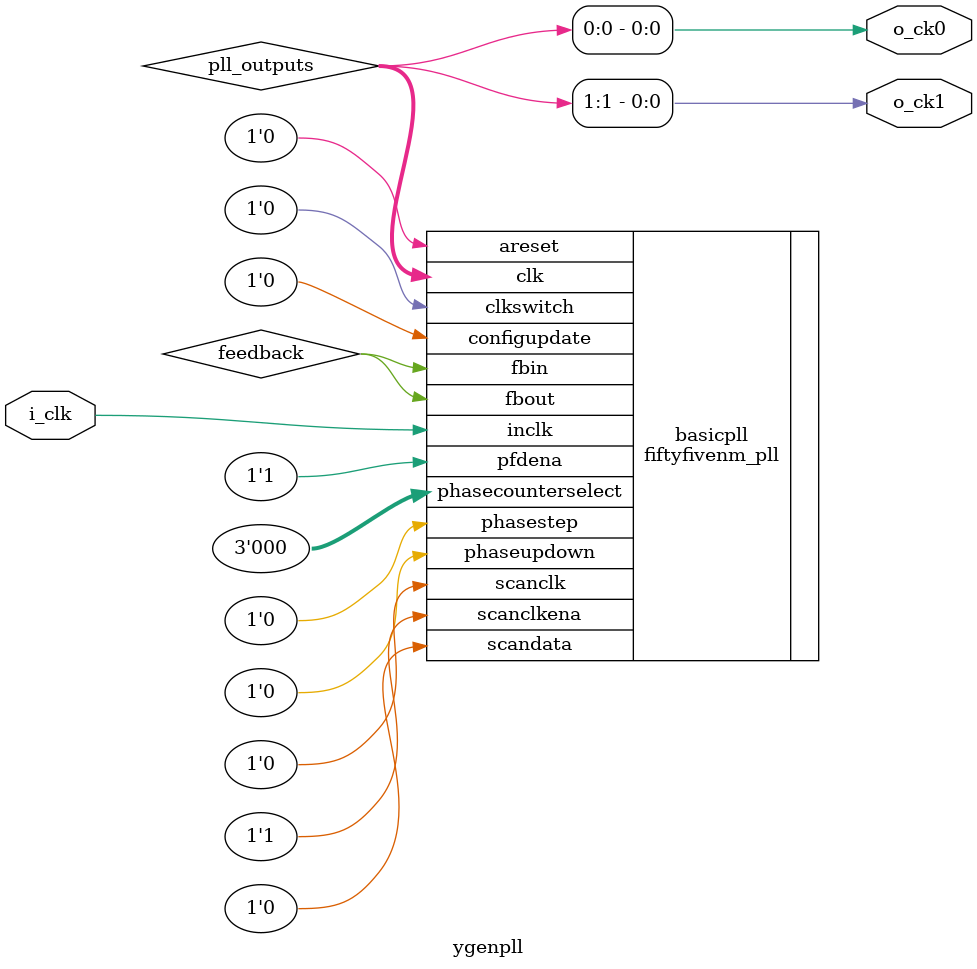
<source format=v>
`default_nettype none
module	ygenpll (
		// {{{
		input	wire		i_clk,
		output	wire		o_ck0,
		output	wire		o_ck1
		// }}}
	);

	wire	[4:0]	pll_outputs;
	wire		feedback;

	(* blackbox *)
	fiftyfivenm_pll #(
		// {{{
		.bandwidth_type("auto"),
		//
		.clk0_divide_by(3),
		.clk0_duty_cycle(50),
		.clk0_multiply_by(20),
		.clk0_phase_shift("0"),
		//
		.clk1_divide_by(3),
		.clk1_duty_cycle(50),
		.clk1_multiply_by(20),
		.clk1_phase_shift("9375"),
		//
		.compensate_clock("clk0"),
		.inclk0_input_frequency("83333"),
		.operation_mode("normal"),
		.pll_type("auto"),
		.lpm_type("fiftyfivenm_pll")
		// }}}
	) basicpll (
		// {{{
		.clk(pll_outputs),
		.fbin(feedback),
		.fbout(feedback),
		.inclk(i_clk),
		.areset(1'b0),
		.clkswitch(1'b0),
		.configupdate(1'b0),
		.pfdena(1'b1),
		.phasecounterselect(3'b0),
		.phasestep(1'b0),
		.phaseupdown(1'b0),
		.scanclk(1'b0),
		.scanclkena(1'b1),
		.scandata(1'b0)
		// }}}
	);

	assign	o_ck0 = pll_outputs[0];
	assign	o_ck1 = pll_outputs[1];
endmodule

</source>
